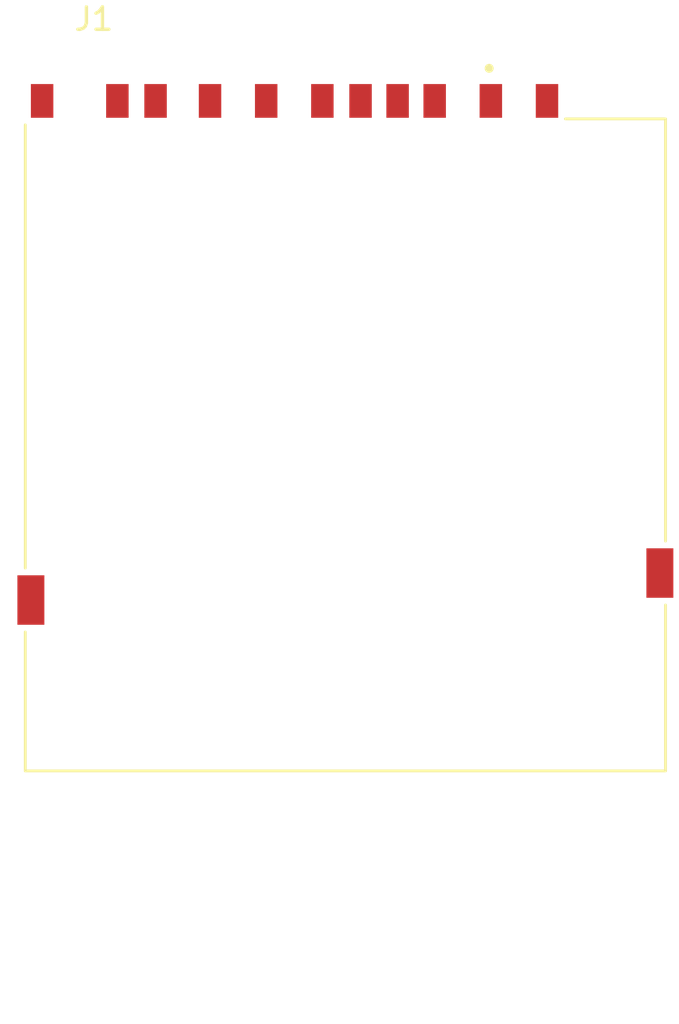
<source format=kicad_pcb>
(kicad_pcb (version 20221018) (generator pcbnew)
  (layers (0 "F.Cu" signal) (31 "B.Cu" signal) (34 "B.Paste" user) (35 "F.Paste" user) (36 "B.SilkS" user "B.Silkscreen") (37 "F.SilkS" user "F.Silkscreen") (38 "B.Mask" user) (39 "F.Mask" user) (44 "Edge.Cuts" user))
  (net 0 "")
  (footprint "10067847-011RLF:AMPHENOL_10067847-011RLF" (layer "F.Cu") (at 150.7 93.36)
    (fp_text reference "J1" (at -10.795 -18.94) (layer "F.SilkS"))
    (fp_text value "10067847-011RLF")
    (fp_line (start -13.85 5.48) (end -13.85 -14.235) (stroke (width 0.127)) (layer "F.SilkS"))
    (fp_line (start -13.85 14.5) (end -13.85 8.32) (stroke (width 0.127)) (layer "F.SilkS"))
    (fp_line (start 10.195 -14.5) (end 14.65 -14.5) (stroke (width 0.127)) (layer "F.SilkS"))
    (fp_line (start 14.65 -14.5) (end 14.65 4.28) (stroke (width 0.127)) (layer "F.SilkS"))
    (fp_line (start 14.65 14.5) (end -13.85 14.5) (stroke (width 0.127)) (layer "F.SilkS"))
    (fp_line (start 14.65 14.5) (end 14.65 7.12) (stroke (width 0.127)) (layer "F.SilkS"))
    (fp_circle (center 6.8 -16.75) (end 6.9 -16.75) (stroke (width 0.2)) (fill none) (layer "F.SilkS"))
    (pad "1" smd rect (at 6.875 -15.3) (size 1 1.5) (layers "F.Cu" "F.Paste" "F.Mask"))
    (pad "2" smd rect (at 4.375 -15.3) (size 1 1.5) (layers "F.Cu" "F.Paste" "F.Mask"))
    (pad "3" smd rect (at 1.075 -15.3) (size 1 1.5) (layers "F.Cu" "F.Paste" "F.Mask"))
    (pad "4" smd rect (at -0.625 -15.3) (size 1 1.5) (layers "F.Cu" "F.Paste" "F.Mask"))
    (pad "5" smd rect (at -3.125 -15.3) (size 1 1.5) (layers "F.Cu" "F.Paste" "F.Mask"))
    (pad "6" smd rect (at -5.625 -15.3) (size 1 1.5) (layers "F.Cu" "F.Paste" "F.Mask"))
    (pad "7" smd rect (at -8.05 -15.3) (size 1 1.5) (layers "F.Cu" "F.Paste" "F.Mask"))
    (pad "8" smd rect (at -9.75 -15.3) (size 1 1.5) (layers "F.Cu" "F.Paste" "F.Mask"))
    (pad "9" smd rect (at 9.375 -15.3) (size 1 1.5) (layers "F.Cu" "F.Paste" "F.Mask"))
    (pad "CD" smd rect (at 2.725 -15.3) (size 1 1.5) (layers "F.Cu" "F.Paste" "F.Mask"))
    (pad "G1" smd rect (at -13.6 6.9) (size 1.2 2.2) (layers "F.Cu" "F.Paste" "F.Mask"))
    (pad "G2" smd rect (at 14.4 5.7) (size 1.2 2.2) (layers "F.Cu" "F.Paste" "F.Mask"))
    (pad "WP" smd rect (at -13.1 -15.3) (size 1 1.5) (layers "F.Cu" "F.Paste" "F.Mask"))
  )
)
</source>
